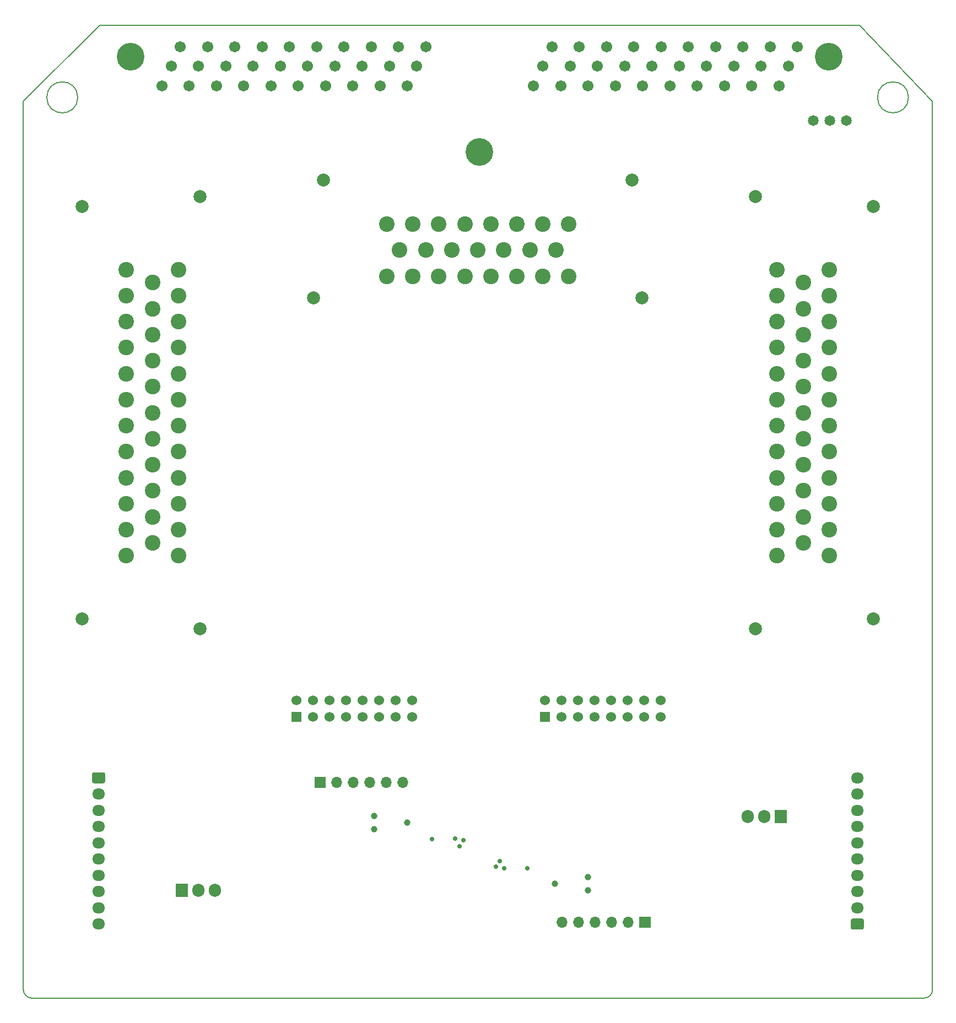
<source format=gbs>
G75*
G70*
%OFA0B0*%
%FSLAX25Y25*%
%IPPOS*%
%LPD*%
%AMOC8*
5,1,8,0,0,1.08239X$1,22.5*
%
%ADD10C,0.00787*%
%ADD15C,0.09449*%
%ADD45C,0.16733*%
%ADD46C,0.06751*%
%ADD47C,0.06001*%
%ADD48C,0.06501*%
%ADD49C,0.07875*%
%ADD50O,0.06694X0.06694*%
%ADD53C,0.02363*%
%ADD54O,0.07678X0.06694*%
%ADD68R,0.07500X0.07874*%
%ADD69O,0.07500X0.07874*%
%ADD78C,0.03900*%
%ADD98C,0.02913*%
X0000000Y0000000D02*
%LPD*%
G01*
D10*
X0000000Y0005000D02*
X0000000Y0542693D01*
X0505989Y0589000D02*
X0046272Y0589000D01*
X0046272Y0589000D02*
X0000000Y0542693D01*
X0550000Y0005000D02*
X0550000Y0542693D01*
X0545000Y0000000D02*
G75*
G03*
X0550000Y0005000I0000000J0005000D01*
G01*
X0032875Y0545250D02*
G75*
G03*
X0032875Y0545250I-009375J0000000D01*
G01*
X0505989Y0589000D02*
X0550000Y0542693D01*
X0000000Y0005000D02*
G75*
G03*
X0005000Y0000000I0005000J0000000D01*
G01*
X0545000Y0000000D02*
X0005000Y0000000D01*
X0535405Y0545250D02*
G75*
G03*
X0535405Y0545250I-009375J0000000D01*
G01*
D45*
X0487106Y0569917D03*
X0064889Y0569917D03*
X0276000Y0512279D03*
D46*
X0468296Y0576019D03*
X0451797Y0576019D03*
X0435298Y0576019D03*
X0418798Y0576019D03*
X0402299Y0576019D03*
X0385800Y0576019D03*
X0369301Y0576019D03*
X0352802Y0576019D03*
X0336302Y0576019D03*
X0319803Y0576019D03*
X0243409Y0576019D03*
X0226910Y0576019D03*
X0210411Y0576019D03*
X0193912Y0576019D03*
X0177413Y0576019D03*
X0160913Y0576019D03*
X0144414Y0576019D03*
X0127915Y0576019D03*
X0111416Y0576019D03*
X0094917Y0576019D03*
X0462721Y0564109D03*
X0446222Y0564109D03*
X0429723Y0564109D03*
X0413224Y0564109D03*
X0396724Y0564109D03*
X0380225Y0564109D03*
X0363726Y0564109D03*
X0347227Y0564109D03*
X0330728Y0564109D03*
X0314228Y0564109D03*
X0237835Y0564109D03*
X0221335Y0564109D03*
X0204836Y0564109D03*
X0188337Y0564109D03*
X0171838Y0564109D03*
X0155339Y0564109D03*
X0138839Y0564109D03*
X0122340Y0564109D03*
X0105841Y0564109D03*
X0089342Y0564109D03*
X0457146Y0552200D03*
X0440647Y0552200D03*
X0424148Y0552200D03*
X0407649Y0552200D03*
X0391150Y0552200D03*
X0374650Y0552200D03*
X0358151Y0552200D03*
X0341652Y0552200D03*
X0325153Y0552200D03*
X0308654Y0552200D03*
X0232260Y0552200D03*
X0215761Y0552200D03*
X0199261Y0552200D03*
X0182762Y0552200D03*
X0166263Y0552200D03*
X0149764Y0552200D03*
X0133265Y0552200D03*
X0116765Y0552200D03*
X0100266Y0552200D03*
X0083767Y0552200D03*
G36*
G01*
X0312531Y0167160D02*
X0312531Y0173160D01*
G75*
G02*
X0312531Y0173160I0000000J0000000D01*
G01*
X0318531Y0173160D01*
G75*
G02*
X0318532Y0173160I0000000J0000000D01*
G01*
X0318532Y0167160D01*
G75*
G02*
X0318531Y0167160I0000000J0000000D01*
G01*
X0312531Y0167160D01*
G75*
G02*
X0312531Y0167160I0000000J0000000D01*
G01*
G37*
D47*
X0315531Y0180160D03*
X0325531Y0170160D03*
X0325531Y0180160D03*
X0335531Y0170160D03*
X0335531Y0180160D03*
X0345531Y0170160D03*
X0345531Y0180160D03*
X0355531Y0170160D03*
X0355531Y0180160D03*
X0365531Y0170160D03*
X0365531Y0180160D03*
X0375531Y0170160D03*
X0375531Y0180160D03*
X0385531Y0170160D03*
X0385531Y0180160D03*
G36*
G01*
X0162112Y0167160D02*
X0162112Y0173160D01*
G75*
G02*
X0162112Y0173160I0000000J0000000D01*
G01*
X0168112Y0173160D01*
G75*
G02*
X0168112Y0173160I0000000J0000000D01*
G01*
X0168112Y0167160D01*
G75*
G02*
X0168112Y0167160I0000000J0000000D01*
G01*
X0162112Y0167160D01*
G75*
G02*
X0162112Y0167160I0000000J0000000D01*
G01*
G37*
X0165112Y0180160D03*
X0175112Y0170160D03*
X0175112Y0180160D03*
X0185112Y0170160D03*
X0185112Y0180160D03*
X0195112Y0170160D03*
X0195112Y0180160D03*
X0205112Y0170160D03*
X0205112Y0180160D03*
X0215112Y0170160D03*
X0215112Y0180160D03*
X0225112Y0170160D03*
X0225112Y0180160D03*
X0235112Y0170160D03*
X0235112Y0180160D03*
D48*
X0497800Y0531110D03*
X0487800Y0531110D03*
X0477800Y0531110D03*
D49*
X0035508Y0229524D03*
X0106768Y0485035D03*
X0106768Y0223618D03*
X0181571Y0495272D03*
X0374091Y0424012D03*
X0514248Y0479130D03*
X0175665Y0424012D03*
X0442988Y0485035D03*
X0368185Y0495272D03*
X0514248Y0229524D03*
X0442988Y0223618D03*
X0035508Y0479130D03*
D15*
X0062280Y0440941D03*
X0062280Y0425193D03*
X0062280Y0409445D03*
X0062280Y0393697D03*
X0062280Y0377949D03*
X0062280Y0362201D03*
X0062280Y0346453D03*
X0062280Y0330705D03*
X0062280Y0314957D03*
X0062280Y0299209D03*
X0062280Y0283461D03*
X0062280Y0267713D03*
X0078028Y0433067D03*
X0078028Y0417319D03*
X0078028Y0401571D03*
X0078028Y0385823D03*
X0078028Y0370075D03*
X0078028Y0354327D03*
X0078028Y0338579D03*
X0078028Y0322831D03*
X0078028Y0307083D03*
X0078028Y0291335D03*
X0078028Y0275587D03*
X0093776Y0440941D03*
X0093776Y0425193D03*
X0093776Y0409445D03*
X0093776Y0393697D03*
X0093776Y0377949D03*
X0093776Y0362201D03*
X0093776Y0346453D03*
X0093776Y0330705D03*
X0093776Y0314957D03*
X0093776Y0299209D03*
X0093776Y0283461D03*
X0093776Y0267713D03*
X0329996Y0468500D03*
X0314248Y0468500D03*
X0298500Y0468500D03*
X0282752Y0468500D03*
X0267004Y0468500D03*
X0251256Y0468500D03*
X0235508Y0468500D03*
X0219760Y0468500D03*
X0322122Y0452752D03*
X0306374Y0452752D03*
X0290626Y0452752D03*
X0274878Y0452752D03*
X0259130Y0452752D03*
X0243382Y0452752D03*
X0227634Y0452752D03*
X0329996Y0437004D03*
X0314248Y0437004D03*
X0298500Y0437004D03*
X0282752Y0437004D03*
X0267004Y0437004D03*
X0251256Y0437004D03*
X0235508Y0437004D03*
X0219760Y0437004D03*
X0487476Y0267713D03*
X0487476Y0283461D03*
X0487476Y0299209D03*
X0487476Y0314957D03*
X0487476Y0330705D03*
X0487476Y0346453D03*
X0487476Y0362201D03*
X0487476Y0377949D03*
X0487476Y0393697D03*
X0487476Y0409445D03*
X0487476Y0425193D03*
X0487476Y0440941D03*
X0471728Y0275587D03*
X0471728Y0291335D03*
X0471728Y0307083D03*
X0471728Y0322831D03*
X0471728Y0338579D03*
X0471728Y0354327D03*
X0471728Y0370075D03*
X0471728Y0385823D03*
X0471728Y0401571D03*
X0471728Y0417319D03*
X0471728Y0433067D03*
X0455980Y0267713D03*
X0455980Y0283461D03*
X0455980Y0299209D03*
X0455980Y0314957D03*
X0455980Y0330705D03*
X0455980Y0346453D03*
X0455980Y0362201D03*
X0455980Y0377949D03*
X0455980Y0393697D03*
X0455980Y0409445D03*
X0455980Y0425193D03*
X0455980Y0440941D03*
G36*
G01*
X0182846Y0127153D02*
X0176154Y0127153D01*
G75*
G02*
X0176153Y0127154I0000000J0000000D01*
G01*
X0176153Y0133846D01*
G75*
G02*
X0176154Y0133847I0000000J0000000D01*
G01*
X0182846Y0133847D01*
G75*
G02*
X0182847Y0133846I0000000J0000000D01*
G01*
X0182847Y0127154D01*
G75*
G02*
X0182846Y0127153I0000000J0000000D01*
G01*
G37*
D50*
X0189500Y0130500D03*
X0199500Y0130500D03*
X0209500Y0130500D03*
X0219500Y0130500D03*
X0229500Y0130500D03*
D53*
X0285955Y0079569D03*
X0288022Y0083014D03*
X0290975Y0078388D03*
X0304951Y0078683D03*
G36*
G01*
X0042646Y0136670D02*
X0048354Y0136670D01*
G75*
G02*
X0049339Y0135685I0000000J-000985D01*
G01*
X0049339Y0130961D01*
G75*
G02*
X0048354Y0129976I-000985J0000000D01*
G01*
X0042646Y0129976D01*
G75*
G02*
X0041661Y0130961I0000000J0000985D01*
G01*
X0041661Y0135685D01*
G75*
G02*
X0042646Y0136670I0000985J0000000D01*
G01*
G37*
D54*
X0045500Y0123480D03*
X0045500Y0113638D03*
X0045500Y0103795D03*
X0045500Y0093953D03*
X0045500Y0084110D03*
X0045500Y0074268D03*
X0045500Y0064425D03*
X0045500Y0054583D03*
X0045500Y0044740D03*
D53*
X0266045Y0095415D03*
X0263978Y0091970D03*
X0261025Y0096596D03*
X0247049Y0096301D03*
G36*
G01*
X0372654Y0049347D02*
X0379346Y0049347D01*
G75*
G02*
X0379347Y0049346I0000000J0000000D01*
G01*
X0379347Y0042654D01*
G75*
G02*
X0379346Y0042653I0000000J0000000D01*
G01*
X0372654Y0042653D01*
G75*
G02*
X0372653Y0042654I0000000J0000000D01*
G01*
X0372653Y0049346D01*
G75*
G02*
X0372654Y0049347I0000000J0000000D01*
G01*
G37*
D50*
X0366000Y0046000D03*
X0356000Y0046000D03*
X0346000Y0046000D03*
X0336000Y0046000D03*
X0326000Y0046000D03*
G36*
G01*
X0507354Y0041393D02*
X0501646Y0041393D01*
G75*
G02*
X0500661Y0042378I0000000J0000985D01*
G01*
X0500661Y0047102D01*
G75*
G02*
X0501646Y0048087I0000985J0000000D01*
G01*
X0507354Y0048087D01*
G75*
G02*
X0508339Y0047102I0000000J-000985D01*
G01*
X0508339Y0042378D01*
G75*
G02*
X0507354Y0041393I-000985J0000000D01*
G01*
G37*
D54*
X0504500Y0054583D03*
X0504500Y0064425D03*
X0504500Y0074268D03*
X0504500Y0084110D03*
X0504500Y0093953D03*
X0504500Y0103795D03*
X0504500Y0113638D03*
X0504500Y0123480D03*
X0504500Y0133323D03*
X0236386Y0116862D02*
%LPD*%
G01*
D68*
X0095677Y0065287D03*
D69*
X0105677Y0065287D03*
X0115677Y0065287D03*
D78*
X0232213Y0106035D03*
X0212213Y0110035D03*
X0212213Y0102035D03*
X0280542Y0109884D02*
G01*
G75*
D98*
X0304951Y0078683D02*
D03*
X0290975Y0078388D02*
D03*
X0285955Y0079569D02*
D03*
X0288022Y0083014D02*
D03*
X0317449Y0058398D02*
%LPD*%
G01*
D68*
X0458158Y0109973D03*
D69*
X0448158Y0109973D03*
X0438158Y0109973D03*
D78*
X0321622Y0069225D03*
X0341622Y0065225D03*
X0341622Y0073225D03*
X0271458Y0065100D02*
G01*
G75*
D98*
X0247049Y0096301D02*
D03*
X0261025Y0096596D02*
D03*
X0266045Y0095415D02*
D03*
X0263978Y0091970D02*
D03*
M02*

</source>
